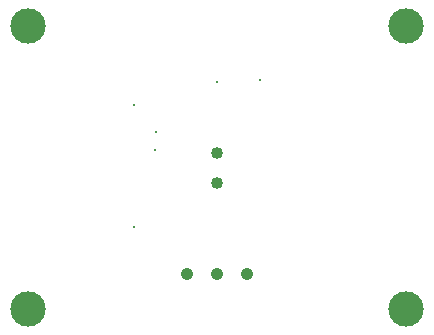
<source format=gbr>
%TF.GenerationSoftware,Altium Limited,Altium Designer,23.6.0 (18)*%
G04 Layer_Color=0*
%FSLAX45Y45*%
%MOMM*%
%TF.SameCoordinates,57B8E715-CDE8-4F81-9698-3B096703D57B*%
%TF.FilePolarity,Positive*%
%TF.FileFunction,Plated,1,4,PTH,Drill*%
%TF.Part,Single*%
G01*
G75*
%TA.AperFunction,ComponentDrill*%
%ADD62C,1.04000*%
%ADD63C,1.01600*%
%TA.AperFunction,OtherDrill,Pad Free-1 (16mm,27mm)*%
%ADD64C,3.00000*%
%TA.AperFunction,OtherDrill,Pad Free-1 (-16mm,27mm)*%
%ADD65C,3.00000*%
%TA.AperFunction,OtherDrill,Pad Free-1 (16mm,3mm)*%
%ADD66C,3.00000*%
%TA.AperFunction,OtherDrill,Pad Free-1 (-16mm,3mm)*%
%ADD67C,3.00000*%
%TA.AperFunction,ViaDrill,NotFilled*%
%ADD68C,0.30000*%
D62*
X-254000Y600000D02*
D03*
X0D02*
D03*
X254000D02*
D03*
D63*
X0Y1627000D02*
D03*
Y1373000D02*
D03*
D64*
X1600040Y2699998D02*
D03*
D65*
X-1599957Y2700000D02*
D03*
D66*
X1599999Y300001D02*
D03*
D67*
X-1600000Y300000D02*
D03*
D68*
X-700000Y1000000D02*
D03*
X-520000Y1800000D02*
D03*
X-700000Y2030000D02*
D03*
X360000Y2240000D02*
D03*
X0Y2225000D02*
D03*
X-525000Y1650000D02*
D03*
%TF.MD5,c310c4e220a1fa7f209a8120f052918a*%
M02*

</source>
